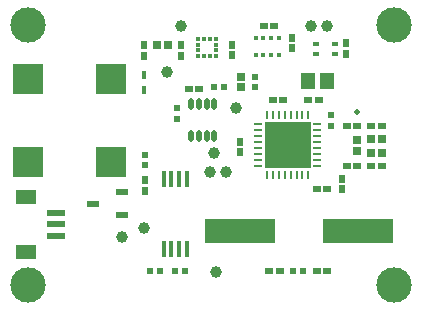
<source format=gtp>
G04*
G04 #@! TF.GenerationSoftware,Altium Limited,Altium Designer,24.5.2 (23)*
G04*
G04 Layer_Color=8421504*
%FSLAX25Y25*%
%MOIN*%
G70*
G04*
G04 #@! TF.SameCoordinates,DA11F9B2-49B4-46D7-84E3-7535E75C2908*
G04*
G04*
G04 #@! TF.FilePolarity,Positive*
G04*
G01*
G75*
%ADD18C,0.03937*%
%ADD19C,0.11811*%
%ADD20R,0.02598X0.02441*%
%ADD21R,0.02362X0.02165*%
%ADD22R,0.04921X0.05709*%
%ADD23C,0.01968*%
%ADD24R,0.02441X0.02598*%
%ADD25R,0.02638X0.02677*%
%ADD26R,0.02677X0.02638*%
%ADD27R,0.15748X0.15748*%
%ADD28R,0.00984X0.02559*%
%ADD29R,0.02559X0.00984*%
%ADD30R,0.09843X0.09843*%
%ADD31R,0.06102X0.02362*%
%ADD32R,0.07087X0.04724*%
%ADD33R,0.23622X0.07874*%
%ADD34R,0.01772X0.05512*%
%ADD35R,0.02165X0.02362*%
%ADD36R,0.03937X0.02362*%
%ADD37O,0.01968X0.03937*%
%ADD38R,0.01575X0.03150*%
%ADD39R,0.01181X0.01181*%
%ADD40R,0.01181X0.01181*%
%ADD41R,0.02362X0.01575*%
%ADD42R,0.01378X0.01378*%
%ADD43R,0.02559X0.02756*%
D18*
X70079Y51968D02*
D03*
X59055Y94095D02*
D03*
X54331Y78740D02*
D03*
X68504Y45669D02*
D03*
X74016D02*
D03*
X77165Y66929D02*
D03*
X102264Y94291D02*
D03*
X107762D02*
D03*
X46457Y26772D02*
D03*
X39201Y23908D02*
D03*
X70472Y12205D02*
D03*
D19*
X129921Y94488D02*
D03*
X7874Y94488D02*
D03*
Y7874D02*
D03*
X129921Y7874D02*
D03*
D20*
X88329Y12500D02*
D03*
X91793D02*
D03*
X107758D02*
D03*
X104293D02*
D03*
X104854Y69500D02*
D03*
X101390D02*
D03*
X122406Y61000D02*
D03*
X125870D02*
D03*
X114268Y47500D02*
D03*
X117732D02*
D03*
X114268Y61000D02*
D03*
X117732D02*
D03*
X122406Y47500D02*
D03*
X125870D02*
D03*
X61654Y73228D02*
D03*
X65118D02*
D03*
X86457Y94095D02*
D03*
X89921D02*
D03*
X107732Y40000D02*
D03*
X104268D02*
D03*
X89579Y69500D02*
D03*
X93043D02*
D03*
D21*
X99673Y12500D02*
D03*
X96327D02*
D03*
X52083D02*
D03*
X48736D02*
D03*
X60256D02*
D03*
X56910D02*
D03*
X69827Y74000D02*
D03*
X73173D02*
D03*
D22*
X101252Y76000D02*
D03*
X107748D02*
D03*
D23*
X117682Y65393D02*
D03*
D24*
X78543Y52008D02*
D03*
Y55472D02*
D03*
X112500Y39768D02*
D03*
Y43232D02*
D03*
X46500Y87732D02*
D03*
Y84268D02*
D03*
X59000Y87732D02*
D03*
Y84268D02*
D03*
X96000Y90232D02*
D03*
Y86768D02*
D03*
X114032Y84925D02*
D03*
Y88390D02*
D03*
X47000Y42732D02*
D03*
Y39268D02*
D03*
X75839Y84520D02*
D03*
Y87984D02*
D03*
D25*
X125850Y52000D02*
D03*
X122150D02*
D03*
X125850Y56500D02*
D03*
X122150D02*
D03*
X50799Y87732D02*
D03*
X54500D02*
D03*
D26*
X117500Y52450D02*
D03*
Y56150D02*
D03*
D27*
X94500Y54500D02*
D03*
D28*
X87610Y64342D02*
D03*
X89579D02*
D03*
X91547D02*
D03*
X93516D02*
D03*
X95484D02*
D03*
X97453D02*
D03*
X99421D02*
D03*
X101390D02*
D03*
Y44657D02*
D03*
X99421D02*
D03*
X97453D02*
D03*
X95484D02*
D03*
X93516D02*
D03*
X91547D02*
D03*
X89579D02*
D03*
X87610D02*
D03*
D29*
X104342Y61390D02*
D03*
Y59421D02*
D03*
Y57453D02*
D03*
Y55484D02*
D03*
Y53516D02*
D03*
Y51547D02*
D03*
Y49579D02*
D03*
Y47610D02*
D03*
X84658D02*
D03*
Y49579D02*
D03*
Y51547D02*
D03*
Y53516D02*
D03*
Y55484D02*
D03*
Y57453D02*
D03*
Y59421D02*
D03*
Y61390D02*
D03*
D30*
X35559Y76559D02*
D03*
Y49000D02*
D03*
X8000D02*
D03*
Y76559D02*
D03*
D31*
X17232Y24094D02*
D03*
Y31969D02*
D03*
Y28032D02*
D03*
D32*
X7291Y37087D02*
D03*
Y18976D02*
D03*
D33*
X78642Y26000D02*
D03*
X118012D02*
D03*
D34*
X53161Y19886D02*
D03*
X55721D02*
D03*
X58280D02*
D03*
X60839D02*
D03*
X53161Y43114D02*
D03*
X55721D02*
D03*
X58280D02*
D03*
X60839D02*
D03*
D35*
X47000Y51173D02*
D03*
Y47827D02*
D03*
X57500Y63327D02*
D03*
Y66673D02*
D03*
X83500Y77173D02*
D03*
Y73827D02*
D03*
X108862Y64346D02*
D03*
Y61000D02*
D03*
D36*
X29776Y35000D02*
D03*
X39224Y38740D02*
D03*
Y31260D02*
D03*
D37*
X62382Y57500D02*
D03*
X64941D02*
D03*
X67500D02*
D03*
X70059D02*
D03*
X62382Y68130D02*
D03*
X64941D02*
D03*
X67500D02*
D03*
X70059D02*
D03*
D38*
X46500Y78000D02*
D03*
Y72882D02*
D03*
D39*
X70453Y84047D02*
D03*
Y86016D02*
D03*
Y87984D02*
D03*
Y89953D02*
D03*
X64547D02*
D03*
Y87984D02*
D03*
Y86016D02*
D03*
Y84047D02*
D03*
D40*
X68484Y89953D02*
D03*
X66516D02*
D03*
Y84047D02*
D03*
X68484D02*
D03*
D41*
X110150Y88075D02*
D03*
Y84925D02*
D03*
X103850Y88075D02*
D03*
Y84925D02*
D03*
D42*
X83882Y84500D02*
D03*
Y90209D02*
D03*
X86441Y84500D02*
D03*
Y90209D02*
D03*
X89000Y84500D02*
D03*
Y90209D02*
D03*
X91559Y84500D02*
D03*
Y90209D02*
D03*
D43*
X79000Y73728D02*
D03*
Y77272D02*
D03*
M02*

</source>
